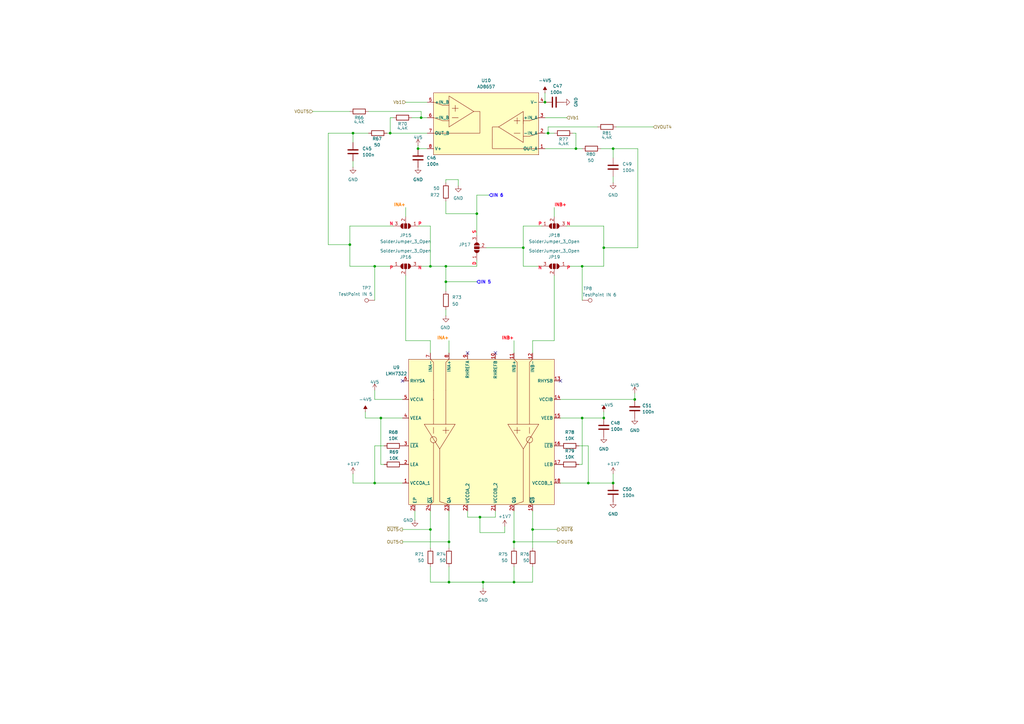
<source format=kicad_sch>
(kicad_sch (version 20231120) (generator "eeschema") (generator_version "8.0")
  (paper "A3")
  (lib_symbols
    (symbol "Connector:TestPoint" (pin_numbers hide) (pin_names (offset 0.762) hide)
      (property "Reference" "TP" (at 0 6.858 0))
      (property "Value" "TestPoint" (at 0 5.08 0))
      (symbol "TestPoint_0_1"
        (circle (center 0 3.302) (radius 0.762))
      )
      (symbol "TestPoint_1_1"
        (pin passive line (at 0 0 90) (length 2.54) (name "1") (number "1"))
      )
    )
    (symbol "Device:C" (pin_numbers hide) (pin_names (offset 0.254))
      (property "Reference" "C" (at 0.635 2.54 0))
      (property "Value" "C" (at 0.635 -2.54 0))
      (symbol "C_0_1"
        (polyline (pts (xy -2.032 -0.762) (xy 2.032 -0.762)) (stroke (width 0.508)))
        (polyline (pts (xy -2.032 0.762) (xy 2.032 0.762)) (stroke (width 0.508)))
      )
      (symbol "C_1_1"
        (pin passive line (at 0 3.81 270) (length 2.794) (name "~") (number "1"))
        (pin passive line (at 0 -3.81 90) (length 2.794) (name "~") (number "2"))
      )
    )
    (symbol "Device:R" (pin_numbers hide) (pin_names (offset 0))
      (property "Reference" "R" (at 2.032 0 90))
      (property "Value" "R" (at 0 0 90))
      (symbol "R_0_1"
        (rectangle (start -1.016 -2.54) (end 1.016 2.54) (stroke (width 0.254)))
      )
      (symbol "R_1_1"
        (pin passive line (at 0 3.81 270) (length 1.27) (name "~") (number "1"))
        (pin passive line (at 0 -3.81 90) (length 1.27) (name "~") (number "2"))
      )
    )
    (symbol "SolderJumper_3_Open_3" (pin_names (offset 0) hide) (exclude_from_sim yes) (in_bom no)
      (property "Reference" "JP" (at -2.54 -2.54 0))
      (property "Value" "SolderJumper_3_Open" (at 0 2.794 0))
      (symbol "SolderJumper_3_Open_3_0_1"
        (arc (start -1.016 1.016) (mid -2.0276 0) (end -1.016 -1.016))
        (arc (start -1.016 1.016) (mid -2.0276 0) (end -1.016 -1.016) (fill (type outline)))
        (rectangle (start -0.508 1.016) (end 0.508 -1.016) (fill (type outline)))
        (polyline (pts (xy -2.54 0) (xy -2.032 0)))
        (polyline (pts (xy -1.016 1.016) (xy -1.016 -1.016)))
        (polyline (pts (xy 0 -1.27) (xy 0 -1.016)))
        (polyline (pts (xy 1.016 1.016) (xy 1.016 -1.016)))
        (polyline (pts (xy 2.54 0) (xy 2.032 0)))
        (arc (start 1.016 -1.016) (mid 2.0276 0) (end 1.016 1.016))
        (arc (start 1.016 -1.016) (mid 2.0276 0) (end 1.016 1.016) (fill (type outline)))
      )
      (symbol "SolderJumper_3_Open_3_1_1"
        (pin passive line (at -5.08 0 0) (length 2.54) (name "A") (number "1"))
        (pin passive line (at 0 -3.81 90) (length 2.54) (name "C") (number "2"))
        (pin passive line (at 5.08 0 180) (length 2.54) (name "B") (number "3"))
      )
    )
    (symbol "power:+1V2" (power) (pin_numbers hide) (pin_names (offset 0) hide)
      (property "Value" "+1V2" (at 0 3.556 0))
      (symbol "+1V2_0_1"
        (polyline (pts (xy -0.762 1.27) (xy 0 2.54)))
        (polyline (pts (xy 0 0) (xy 0 2.54)))
        (polyline (pts (xy 0 2.54) (xy 0.762 1.27)))
      )
      (symbol "+1V2_1_1"
        (pin power_in line (at 0 0 90) (length 0) (name "~") (number "1"))
      )
    )
    (symbol "power:+8V" (power) (pin_numbers hide) (pin_names (offset 0) hide)
      (property "Value" "+8V" (at 0 3.556 0))
      (symbol "+8V_0_1"
        (polyline (pts (xy -0.762 1.27) (xy 0 2.54)))
        (polyline (pts (xy 0 0) (xy 0 2.54)))
        (polyline (pts (xy 0 2.54) (xy 0.762 1.27)))
      )
      (symbol "+8V_1_1"
        (pin power_in line (at 0 0 90) (length 0) (name "~") (number "1"))
      )
    )
    (symbol "power:-8V" (power) (pin_numbers hide) (pin_names (offset 0) hide)
      (property "Value" "-8V" (at 0 3.556 0))
      (symbol "-8V_0_0"
        (pin power_in line (at 0 0 90) (length 0) (name "~") (number "1"))
      )
      (symbol "-8V_0_1"
        (polyline (pts (xy 0 0) (xy 0 1.27) (xy 0.762 1.27) (xy 0 2.54) (xy -0.762 1.27) (xy 0 1.27)) (fill (type outline)))
      )
    )
    (symbol "power:GND" (power) (pin_numbers hide) (pin_names (offset 0) hide)
      (property "Value" "GND" (at 0 -3.81 0))
      (symbol "GND_0_1"
        (polyline (pts (xy 0 0) (xy 0 -1.27) (xy 1.27 -1.27) (xy 0 -2.54) (xy -1.27 -1.27) (xy 0 -1.27)))
      )
      (symbol "GND_1_1"
        (pin power_in line (at 0 0 270) (length 0) (name "~") (number "1"))
      )
    )
    (symbol "prova:AD8657"
      (property "Reference" "U" (at 9.906 3.556 0))
      (property "Value" "AD8657" (at 10.16 5.842 0))
      (symbol "AD8657_0_1"
        (polyline (pts (xy 12.7 17.78) (xy 12.7 20.32)))
        (polyline (pts (xy 13.97 19.05) (xy 16.51 19.05)))
        (polyline (pts (xy 13.97 24.13) (xy 16.51 24.13)))
        (polyline (pts (xy 15.24 20.32) (xy 15.24 17.78)))
        (polyline (pts (xy 16.51 19.05) (xy 16.51 19.05)))
        (polyline (pts (xy 36.83 17.78) (xy 36.83 17.78)))
        (polyline (pts (xy 39.37 13.97) (xy 41.91 13.97)))
        (polyline (pts (xy 39.37 17.78) (xy 41.91 17.78)))
        (polyline (pts (xy 40.64 15.24) (xy 40.64 12.7)))
      )
      (symbol "AD8657_1_1"
        (polyline (pts (xy 6.35 17.78) (xy 10.16 19.05)))
        (polyline (pts (xy 10.16 25.4) (xy 6.35 24.13)))
        (polyline (pts (xy 11.43 19.05) (xy 10.16 19.05)))
        (polyline (pts (xy 11.43 19.05) (xy 12.7 19.05)))
        (polyline (pts (xy 11.43 25.4) (xy 10.16 25.4)))
        (polyline (pts (xy 11.43 25.4) (xy 12.7 25.4)))
        (polyline (pts (xy 22.86 21.59) (xy 25.4 21.59) (xy 25.4 26.67)))
        (polyline (pts (xy 25.4 26.67) (xy 25.4 30.48) (xy 6.35 30.48)))
        (polyline (pts (xy 49.53 11.43) (xy 45.72 12.7) (xy 43.18 12.7)))
        (polyline (pts (xy 49.53 17.78) (xy 45.72 19.05) (xy 43.18 19.05)))
        (polyline (pts (xy 12.7 15.24) (xy 12.7 27.94) (xy 22.86 21.59) (xy 12.7 15.24)))
        (polyline (pts (xy 33.02 15.24) (xy 30.48 15.24) (xy 30.48 24.13) (xy 49.53 24.13)))
        (polyline (pts (xy 43.18 21.59) (xy 43.18 8.89) (xy 33.02 15.24) (xy 43.18 21.59)))
        (rectangle (start 6.35 33.02) (end 49.53 7.62) (fill (type background)))
        (pin output line (at 3.81 30.48 0) (length 2.54) (name "OUT_A") (number "1"))
        (pin input line (at 3.81 24.13 0) (length 2.54) (name "-IN_A") (number "2"))
        (pin input line (at 3.81 17.78 0) (length 2.54) (name "+IN_A") (number "3"))
        (pin input line (at 3.81 11.43 0) (length 2.54) (name "V-") (number "4"))
        (pin input line (at 52.07 11.43 180) (length 2.54) (name "+IN_B") (number "5"))
        (pin input line (at 52.07 17.78 180) (length 2.54) (name "-IN_B") (number "6"))
        (pin input line (at 52.07 24.13 180) (length 2.54) (name "OUT_B") (number "7"))
        (pin input line (at 52.07 30.48 180) (length 2.54) (name "V+") (number "8"))
      )
    )
    (symbol "prova:LMH7322"
      (property "Reference" "U" (at 11.684 8.89 0))
      (property "Value" "LMH7322" (at 20.32 16.51 0))
      (symbol "LMH7322_0_1"
        (circle (center -8.89 -5.08) (radius 0.0001))
        (circle (center -8.89 11.43) (radius 1.27))
        (polyline (pts (xy -8.89 -8.89) (xy -8.89 5.08)))
        (polyline (pts (xy -8.89 8.89) (xy -8.89 6.35)))
        (polyline (pts (xy -3.81 -8.89) (xy -3.81 5.08)))
        (polyline (pts (xy -3.81 8.89) (xy -3.81 6.35)))
        (polyline (pts (xy -2.54 7.62) (xy -5.08 7.62)))
        (polyline (pts (xy 25.4 8.89) (xy 25.4 6.35)))
        (polyline (pts (xy 26.67 7.62) (xy 24.13 7.62)))
        (polyline (pts (xy 30.48 -2.54) (xy 30.48 -2.54)))
        (polyline (pts (xy 30.48 8.89) (xy 30.48 6.35)))
        (polyline (pts (xy -8.89 -8.89) (xy -8.89 -20.32) (xy -10.16 -21.59)))
        (polyline (pts (xy -8.89 12.7) (xy -8.89 36.83) (xy -10.16 38.1)))
        (polyline (pts (xy -6.35 15.24) (xy -6.35 36.83) (xy -2.54 38.1)))
        (polyline (pts (xy -3.81 -8.89) (xy -3.81 -20.32) (xy -2.54 -21.59)))
        (polyline (pts (xy 27.94 15.24) (xy 27.94 36.83) (xy 24.13 38.1)))
        (polyline (pts (xy 30.48 12.7) (xy 30.48 36.83) (xy 31.75 38.1)))
        (circle (center 30.48 11.43) (radius 1.27))
      )
      (symbol "LMH7322_1_1"
        (rectangle (start -19.05 38.1) (end 40.64 -21.59) (fill (type background)))
        (polyline (pts (xy 0 5.08) (xy -12.7 5.08) (xy -6.35 15.24) (xy 0 5.08)))
        (polyline (pts (xy 24.13 -21.59) (xy 25.4 -20.32) (xy 25.4 -16.51) (xy 25.4 5.08)) (fill (type background)))
        (polyline (pts (xy 30.48 5.08) (xy 30.48 -16.51) (xy 30.48 -20.32) (xy 31.75 -21.59)) (fill (type background)))
        (polyline (pts (xy 34.29 5.08) (xy 21.59 5.08) (xy 27.94 15.24) (xy 34.29 5.08)) (fill (type background)))
        (pin input line (at -21.59 29.21 0) (length 2.54) (name "VCCOA_1") (number "1"))
        (pin input line (at 16.51 -24.13 90) (length 2.54) (name "RHREFB") (number "10"))
        (pin input line (at 24.13 -24.13 90) (length 2.54) (name "INB+") (number "11"))
        (pin input line (at 31.75 -24.13 90) (length 2.54) (name "INB-") (number "12"))
        (pin input line (at 43.18 -12.7 180) (length 2.54) (name "RHYSB") (number "13"))
        (pin input line (at 43.18 -5.08 180) (length 2.54) (name "VCCIB") (number "14"))
        (pin input line (at 43.18 2.54 180) (length 2.54) (name "VEEB") (number "15"))
        (pin input line (at 43.18 13.97 180) (length 2.54) (name "~{LEB}") (number "16"))
        (pin input line (at 43.18 21.59 180) (length 2.54) (name "LEB") (number "17"))
        (pin input line (at 43.18 29.21 180) (length 2.54) (name "VCCOB_1") (number "18"))
        (pin output line (at 31.75 40.64 270) (length 2.54) (name "~{QB}") (number "19"))
        (pin input line (at -21.59 21.59 0) (length 2.54) (name "LEA") (number "2"))
        (pin output line (at 24.13 40.64 270) (length 2.54) (name "QB") (number "20"))
        (pin input line (at 16.51 40.64 270) (length 2.54) (name "VCCOB_2") (number "21"))
        (pin input line (at 5.08 40.64 270) (length 2.54) (name "VCCOA_2") (number "22"))
        (pin output line (at -2.54 40.64 270) (length 2.54) (name "QA") (number "23"))
        (pin output line (at -10.16 40.64 270) (length 2.54) (name "~{QA}") (number "24"))
        (pin passive line (at -16.51 40.64 270) (length 2.54) (name "EP") (number "25"))
        (pin input line (at -21.59 13.97 0) (length 2.54) (name "~{LEA}") (number "3"))
        (pin input line (at -21.59 2.54 0) (length 2.54) (name "VEEA") (number "4"))
        (pin input line (at -21.59 -5.08 0) (length 2.54) (name "VCCIA") (number "5"))
        (pin input line (at -21.59 -12.7 0) (length 2.54) (name "RHYSA") (number "6"))
        (pin input line (at -10.16 -24.13 90) (length 2.54) (name "INA-") (number "7"))
        (pin input line (at -2.54 -24.13 90) (length 2.54) (name "INA+") (number "8"))
        (pin input line (at 5.08 -24.13 90) (length 2.54) (name "RHREFA") (number "9"))
      )
    )
  )
  (junction (at 210.82 222.25))
  (junction (at 160.02 54.61))
  (junction (at 143.51 100.33))
  (junction (at 198.12 238.76))
  (junction (at 241.3 198.12))
  (junction (at 247.65 171.45))
  (junction (at 196.85 212.09))
  (junction (at 210.82 238.76))
  (junction (at 251.46 60.96))
  (junction (at 176.53 217.17))
  (junction (at 218.44 217.17))
  (junction (at 214.63 101.6))
  (junction (at 184.15 238.76))
  (junction (at 238.76 171.45))
  (junction (at 144.78 54.61))
  (junction (at 251.46 198.12))
  (junction (at 224.79 54.61))
  (junction (at 236.22 60.96))
  (junction (at 247.65 101.6))
  (junction (at 176.53 109.22))
  (junction (at 182.88 109.22))
  (junction (at 182.88 115.57))
  (junction (at 184.15 222.25))
  (junction (at 156.21 171.45))
  (junction (at 195.58 87.63))
  (junction (at 171.45 60.96))
  (junction (at 223.52 41.91))
  (junction (at 238.76 109.22))
  (junction (at 153.67 198.12))
  (junction (at 172.72 48.26))
  (junction (at 260.35 163.83))
  (junction (at 153.67 109.22))
  (no_connect (at 165.1 156.21))
  (no_connect (at 191.77 144.78))
  (no_connect (at 229.87 156.21))
  (no_connect (at 203.2 144.78))
  (wire (pts (xy 247.65 92.71) (xy 247.65 101.6)))
  (wire (pts (xy 237.49 182.88) (xy 241.3 182.88)))
  (wire (pts (xy 247.65 171.45) (xy 238.76 171.45)))
  (wire (pts (xy 184.15 222.25) (xy 184.15 224.79)))
  (wire (pts (xy 182.88 127) (xy 182.88 129.54)))
  (wire (pts (xy 182.88 115.57) (xy 195.58 115.57)))
  (wire (pts (xy 228.6 217.17) (xy 218.44 217.17)))
  (wire (pts (xy 165.1 198.12) (xy 153.67 198.12)))
  (wire (pts (xy 229.87 163.83) (xy 260.35 163.83)))
  (wire (pts (xy 184.15 222.25) (xy 165.1 222.25)))
  (wire (pts (xy 158.75 54.61) (xy 160.02 54.61)))
  (wire (pts (xy 191.77 212.09) (xy 191.77 209.55)))
  (wire (pts (xy 251.46 198.12) (xy 251.46 194.31)))
  (wire (pts (xy 182.88 119.38) (xy 182.88 115.57)))
  (wire (pts (xy 228.6 222.25) (xy 210.82 222.25)))
  (wire (pts (xy 218.44 238.76) (xy 210.82 238.76)))
  (wire (pts (xy 195.58 109.22) (xy 182.88 109.22)))
  (wire (pts (xy 203.2 212.09) (xy 203.2 209.55)))
  (wire (pts (xy 241.3 198.12) (xy 229.87 198.12)))
  (wire (pts (xy 153.67 160.02) (xy 153.67 163.83)))
  (wire (pts (xy 182.88 73.66) (xy 187.96 73.66)))
  (wire (pts (xy 214.63 92.71) (xy 214.63 101.6)))
  (wire (pts (xy 210.82 222.25) (xy 210.82 224.79)))
  (wire (pts (xy 251.46 198.12) (xy 241.3 198.12)))
  (wire (pts (xy 176.53 209.55) (xy 176.53 217.17)))
  (wire (pts (xy 236.22 54.61) (xy 236.22 60.96)))
  (wire (pts (xy 176.53 139.7) (xy 166.37 139.7)))
  (wire (pts (xy 184.15 209.55) (xy 184.15 222.25)))
  (wire (pts (xy 156.21 190.5) (xy 156.21 171.45)))
  (wire (pts (xy 153.67 198.12) (xy 144.78 198.12)))
  (wire (pts (xy 191.77 212.09) (xy 196.85 212.09)))
  (wire (pts (xy 156.21 171.45) (xy 149.86 171.45)))
  (wire (pts (xy 260.35 161.29) (xy 260.35 163.83)))
  (wire (pts (xy 143.51 109.22) (xy 153.67 109.22)))
  (wire (pts (xy 176.53 109.22) (xy 171.45 109.22)))
  (wire (pts (xy 218.44 217.17) (xy 218.44 224.79)))
  (wire (pts (xy 153.67 109.22) (xy 161.29 109.22)))
  (wire (pts (xy 238.76 109.22) (xy 247.65 109.22)))
  (wire (pts (xy 218.44 232.41) (xy 218.44 238.76)))
  (wire (pts (xy 195.58 80.01) (xy 195.58 87.63)))
  (wire (pts (xy 232.41 92.71) (xy 247.65 92.71)))
  (wire (pts (xy 251.46 64.77) (xy 251.46 60.96)))
  (wire (pts (xy 223.52 60.96) (xy 236.22 60.96)))
  (wire (pts (xy 134.62 100.33) (xy 134.62 54.61)))
  (wire (pts (xy 182.88 82.55) (xy 182.88 87.63)))
  (wire (pts (xy 218.44 144.78) (xy 218.44 139.7)))
  (wire (pts (xy 144.78 58.42) (xy 144.78 54.61)))
  (wire (pts (xy 224.79 54.61) (xy 227.33 54.61)))
  (wire (pts (xy 198.12 238.76) (xy 198.12 241.3)))
  (wire (pts (xy 176.53 92.71) (xy 176.53 109.22)))
  (wire (pts (xy 134.62 54.61) (xy 144.78 54.61)))
  (wire (pts (xy 222.25 92.71) (xy 214.63 92.71)))
  (wire (pts (xy 224.79 52.07) (xy 245.11 52.07)))
  (wire (pts (xy 128.27 45.72) (xy 143.51 45.72)))
  (wire (pts (xy 160.02 54.61) (xy 160.02 48.26)))
  (wire (pts (xy 237.49 190.5) (xy 238.76 190.5)))
  (wire (pts (xy 214.63 101.6) (xy 214.63 109.22)))
  (wire (pts (xy 149.86 168.91) (xy 149.86 171.45)))
  (wire (pts (xy 143.51 92.71) (xy 143.51 100.33)))
  (wire (pts (xy 144.78 194.31) (xy 144.78 198.12)))
  (wire (pts (xy 153.67 182.88) (xy 157.48 182.88)))
  (wire (pts (xy 246.38 60.96) (xy 251.46 60.96)))
  (wire (pts (xy 224.79 54.61) (xy 223.52 54.61)))
  (wire (pts (xy 196.85 218.44) (xy 207.01 218.44)))
  (wire (pts (xy 267.97 52.07) (xy 252.73 52.07)))
  (wire (pts (xy 176.53 217.17) (xy 176.53 224.79)))
  (wire (pts (xy 207.01 215.9) (xy 207.01 218.44)))
  (wire (pts (xy 176.53 144.78) (xy 176.53 139.7)))
  (wire (pts (xy 184.15 139.7) (xy 184.15 144.78)))
  (wire (pts (xy 261.62 60.96) (xy 251.46 60.96)))
  (wire (pts (xy 247.65 101.6) (xy 261.62 101.6)))
  (wire (pts (xy 166.37 85.09) (xy 166.37 88.9)))
  (wire (pts (xy 199.39 101.6) (xy 214.63 101.6)))
  (wire (pts (xy 153.67 109.22) (xy 153.67 123.19)))
  (wire (pts (xy 165.1 171.45) (xy 156.21 171.45)))
  (wire (pts (xy 153.67 163.83) (xy 165.1 163.83)))
  (wire (pts (xy 171.45 92.71) (xy 176.53 92.71)))
  (wire (pts (xy 195.58 87.63) (xy 195.58 96.52)))
  (wire (pts (xy 143.51 100.33) (xy 134.62 100.33)))
  (wire (pts (xy 210.82 209.55) (xy 210.82 222.25)))
  (wire (pts (xy 143.51 100.33) (xy 143.51 109.22)))
  (wire (pts (xy 166.37 41.91) (xy 175.26 41.91)))
  (wire (pts (xy 153.67 182.88) (xy 153.67 198.12)))
  (wire (pts (xy 196.85 212.09) (xy 196.85 218.44)))
  (wire (pts (xy 210.82 232.41) (xy 210.82 238.76)))
  (wire (pts (xy 224.79 54.61) (xy 224.79 52.07)))
  (wire (pts (xy 214.63 109.22) (xy 222.25 109.22)))
  (wire (pts (xy 241.3 182.88) (xy 241.3 198.12)))
  (wire (pts (xy 236.22 60.96) (xy 238.76 60.96)))
  (wire (pts (xy 196.85 212.09) (xy 203.2 212.09)))
  (wire (pts (xy 182.88 87.63) (xy 195.58 87.63)))
  (wire (pts (xy 232.41 109.22) (xy 238.76 109.22)))
  (wire (pts (xy 172.72 48.26) (xy 172.72 45.72)))
  (wire (pts (xy 227.33 85.09) (xy 227.33 88.9)))
  (wire (pts (xy 195.58 80.01) (xy 200.66 80.01)))
  (wire (pts (xy 144.78 66.04) (xy 144.78 68.58)))
  (wire (pts (xy 227.33 113.03) (xy 227.33 139.7)))
  (wire (pts (xy 182.88 73.66) (xy 182.88 74.93)))
  (wire (pts (xy 261.62 101.6) (xy 261.62 60.96)))
  (wire (pts (xy 157.48 190.5) (xy 156.21 190.5)))
  (wire (pts (xy 176.53 217.17) (xy 165.1 217.17)))
  (wire (pts (xy 182.88 109.22) (xy 176.53 109.22)))
  (wire (pts (xy 223.52 38.1) (xy 223.52 41.91)))
  (wire (pts (xy 234.95 54.61) (xy 236.22 54.61)))
  (wire (pts (xy 247.65 168.91) (xy 247.65 171.45)))
  (wire (pts (xy 195.58 106.68) (xy 195.58 109.22)))
  (wire (pts (xy 184.15 238.76) (xy 176.53 238.76)))
  (wire (pts (xy 170.18 209.55) (xy 170.18 213.36)))
  (wire (pts (xy 166.37 113.03) (xy 166.37 139.7)))
  (wire (pts (xy 247.65 101.6) (xy 247.65 109.22)))
  (wire (pts (xy 187.96 73.66) (xy 187.96 76.2)))
  (wire (pts (xy 176.53 232.41) (xy 176.53 238.76)))
  (wire (pts (xy 168.91 48.26) (xy 172.72 48.26)))
  (wire (pts (xy 175.26 60.96) (xy 171.45 60.96)))
  (wire (pts (xy 229.87 171.45) (xy 238.76 171.45)))
  (wire (pts (xy 198.12 238.76) (xy 184.15 238.76)))
  (wire (pts (xy 210.82 238.76) (xy 198.12 238.76)))
  (wire (pts (xy 160.02 54.61) (xy 175.26 54.61)))
  (wire (pts (xy 151.13 45.72) (xy 172.72 45.72)))
  (wire (pts (xy 238.76 109.22) (xy 238.76 123.19)))
  (wire (pts (xy 184.15 232.41) (xy 184.15 238.76)))
  (wire (pts (xy 218.44 209.55) (xy 218.44 217.17)))
  (wire (pts (xy 144.78 54.61) (xy 151.13 54.61)))
  (wire (pts (xy 238.76 190.5) (xy 238.76 171.45)))
  (wire (pts (xy 251.46 72.39) (xy 251.46 74.93)))
  (wire (pts (xy 223.52 48.26) (xy 232.41 48.26)))
  (wire (pts (xy 143.51 92.71) (xy 161.29 92.71)))
  (wire (pts (xy 171.45 59.69) (xy 171.45 60.96)))
  (wire (pts (xy 172.72 48.26) (xy 175.26 48.26)))
  (wire (pts (xy 218.44 139.7) (xy 227.33 139.7)))
  (wire (pts (xy 210.82 139.7) (xy 210.82 144.78)))
  (wire (pts (xy 182.88 109.22) (xy 182.88 115.57)))
  (wire (pts (xy 160.02 48.26) (xy 161.29 48.26)))
  (text "N" (at 233.172 91.948 0) (effects (font (size 1.27 1.27) (thickness 0.254) (bold yes))))
  (text "P\n" (at 233.172 109.982 0) (effects (font (size 1.27 1.27) (thickness 0.254) (bold yes))))
  (text "S" (at 194.564 95.25 90) (effects (font (size 1.27 1.27) (thickness 0.254) (bold yes))))
  (text "P\n" (at 172.212 91.948 0) (effects (font (size 1.27 1.27) (thickness 0.254) (bold yes))))
  (text "P\n" (at 221.488 91.948 0) (effects (font (size 1.27 1.27) (thickness 0.254) (bold yes))))
  (text "N" (at 172.212 109.982 0) (effects (font (size 1.27 1.27) (thickness 0.254) (bold yes))))
  (text "N" (at 160.528 91.948 0) (effects (font (size 1.27 1.27) (thickness 0.254) (bold yes))))
  (text "D" (at 194.564 108.204 90) (effects (font (size 1.27 1.27) (thickness 0.254) (bold yes))))
  (text "P\n" (at 160.528 109.982 0) (effects (font (size 1.27 1.27) (thickness 0.254) (bold yes))))
  (text "N" (at 221.488 109.982 0) (effects (font (size 1.27 1.27) (thickness 0.254) (bold yes))))
  (label "INA+" (at 166.37 85.09 180) (effects (font (thickness 0.254) (bold yes))))
  (label "INA+" (at 184.15 139.7 180) (effects (font (thickness 0.254) (bold yes))))
  (label "INB+" (at 227.33 85.09 0) (effects (font (thickness 0.254) (bold yes))))
  (label "INB+" (at 210.82 139.7 180) (effects (font (thickness 0.254) (bold yes))))
  (hierarchical_label "~{OUT6}" (shape output) (at 228.6 217.17 0))
  (hierarchical_label "Vb1" (shape input) (at 232.41 48.26 0))
  (hierarchical_label "IN 6" (shape input) (at 200.66 80.01 0) (effects (font (thickness 0.254) (bold yes))))
  (hierarchical_label "OUT6" (shape output) (at 228.6 222.25 0))
  (hierarchical_label "VOUT5" (shape input) (at 128.27 45.72 180))
  (hierarchical_label "IN 5" (shape input) (at 195.58 115.57 0) (effects (font (thickness 0.254) (bold yes))))
  (hierarchical_label "OUT5" (shape output) (at 165.1 222.25 180))
  (hierarchical_label "Vb1" (shape input) (at 166.37 41.91 180))
  (hierarchical_label "~{OUT5}" (shape output) (at 165.1 217.17 180))
  (hierarchical_label "VOUT4" (shape input) (at 267.97 52.07 0))
  (symbol (lib_id "Device:C") (at 251.46 201.93 0) (unit 1)
    (property "Reference" "C50" (at 255.27 200.6599 0) (effects (justify left)))
    (property "Value" "100n" (at 255.27 203.1999 0) (effects (justify left)))
    (property "Footprint" "Capacitor_SMD:C_0603_1608Metric_Pad1.08x0.95mm_HandSolder" (effects (hide yes)))
    (property "Description" "Unpolarized capacitor" (effects (hide yes)))
  )
  (symbol (lib_id "power:GND") (at 170.18 213.36 0) (mirror y) (unit 1)
    (property "Reference" "#PWR0111" (effects (hide yes)))
    (property "Value" "GND" (at 167.386 213.36 0))
    (property "Description" "Power symbol creates a global label with name \"GND\" , ground" (effects (hide yes)))
  )
  (symbol (lib_id "prova:AD8657") (at 227.33 30.48 180) (unit 1)
    (property "Reference" "U10" (at 199.39 33.02 0))
    (property "Value" "AD8657" (at 199.39 35.56 0))
    (property "Footprint" "SamacSys_Parts:SOP65P490X110-8N" (effects (hide yes)))
  )
  (symbol (lib_id "Device:R") (at 233.68 182.88 270) (mirror x) (unit 1)
    (property "Reference" "R78" (at 233.68 177.292 90))
    (property "Value" "10K" (at 233.68 179.832 90))
    (property "Footprint" "Resistor_SMD:R_0603_1608Metric_Pad0.98x0.95mm_HandSolder" (effects (hide yes)))
    (property "Description" "Resistor" (effects (hide yes)))
  )
  (symbol (lib_id "power:-8V") (at 223.52 38.1 0) (unit 1)
    (property "Reference" "#PWR0118" (effects (hide yes)))
    (property "Value" "-4V5" (at 223.52 33.02 0))
    (property "Description" "Power symbol creates a global label with name \"-8V\"" (effects (hide yes)))
  )
  (symbol (lib_id "power:+8V") (at 260.35 161.29 0) (mirror y) (unit 1)
    (property "Reference" "#PWR0120" (effects (hide yes)))
    (property "Value" "4V5" (at 260.35 157.988 0))
    (property "Description" "Power symbol creates a global label with name \"+8V\"" (effects (hide yes)))
  )
  (symbol (lib_name "SolderJumper_3_Open_3") (lib_id "Jumper:SolderJumper_3_Open") (at 166.37 92.71 180) (unit 1) (exclude_from_sim yes) (in_bom no)
    (property "Reference" "JP15" (at 166.37 96.52 0))
    (property "Value" "SolderJumper_3_Open" (at 166.37 99.06 0))
    (property "Footprint" "Jumper:SolderJumper-3_P1.3mm_Open_RoundedPad1.0x1.5mm_NumberLabels" (effects (hide yes)))
    (property "Description" "Solder Jumper, 3-pole, open" (effects (hide yes)))
  )
  (symbol (lib_id "Device:R") (at 184.15 228.6 0) (mirror y) (unit 1)
    (property "Reference" "R74" (at 182.88 227.33 0) (effects (justify left)))
    (property "Value" "50" (at 182.88 229.87 0) (effects (justify left)))
    (property "Footprint" "Resistor_SMD:R_0603_1608Metric_Pad0.98x0.95mm_HandSolder" (effects (hide yes)))
    (property "Description" "Resistor" (effects (hide yes)))
  )
  (symbol (lib_id "power:GND") (at 247.65 179.07 0) (unit 1)
    (property "Reference" "#PWR0122" (effects (hide yes)))
    (property "Value" "GND" (at 247.65 184.15 0))
    (property "Description" "Power symbol creates a global label with name \"GND\" , ground" (effects (hide yes)))
  )
  (symbol (lib_id "Device:R") (at 176.53 228.6 0) (mirror y) (unit 1)
    (property "Reference" "R71" (at 173.99 227.3299 0) (effects (justify left)))
    (property "Value" "50" (at 173.99 229.8699 0) (effects (justify left)))
    (property "Footprint" "Resistor_SMD:R_0603_1608Metric_Pad0.98x0.95mm_HandSolder" (effects (hide yes)))
    (property "Description" "Resistor" (effects (hide yes)))
  )
  (symbol (lib_id "power:-8V") (at 149.86 168.91 0) (mirror y) (unit 1)
    (property "Reference" "#PWR0109" (effects (hide yes)))
    (property "Value" "-4V5" (at 149.86 163.83 0))
    (property "Description" "Power symbol creates a global label with name \"-8V\"" (effects (hide yes)))
  )
  (symbol (lib_name "SolderJumper_3_Open_3") (lib_id "Jumper:SolderJumper_3_Open") (at 195.58 101.6 90) (unit 1) (exclude_from_sim yes) (in_bom no)
    (property "Reference" "JP17" (at 193.04 100.3299 90) (effects (justify left)))
    (property "Value" "SolderJumper_3_Open" (effects (hide yes)))
    (property "Footprint" "Jumper:SolderJumper-3_P1.3mm_Open_RoundedPad1.0x1.5mm_NumberLabels" (effects (hide yes)))
    (property "Description" "Solder Jumper, 3-pole, open" (effects (hide yes)))
  )
  (symbol (lib_id "power:GND") (at 182.88 129.54 0) (unit 1)
    (property "Reference" "#PWR0114" (effects (hide yes)))
    (property "Value" "GND" (at 182.626 134.366 0))
    (property "Description" "Power symbol creates a global label with name \"GND\" , ground" (effects (hide yes)))
  )
  (symbol (lib_id "power:GND") (at 260.35 171.45 0) (unit 1)
    (property "Reference" "#PWR0126" (effects (hide yes)))
    (property "Value" "GND" (at 260.35 176.53 0))
    (property "Description" "Power symbol creates a global label with name \"GND\" , ground" (effects (hide yes)))
  )
  (symbol (lib_id "Device:R") (at 147.32 45.72 270) (unit 1)
    (property "Reference" "R66" (at 147.32 48.26 90))
    (property "Value" "4.4K" (at 147.32 50.038 90))
    (property "Footprint" "Resistor_SMD:R_0603_1608Metric_Pad0.98x0.95mm_HandSolder" (effects (hide yes)))
    (property "Description" "Resistor" (effects (hide yes)))
  )
  (symbol (lib_id "power:+1V2") (at 144.78 194.31 0) (mirror y) (unit 1)
    (property "Reference" "#PWR0108" (effects (hide yes)))
    (property "Value" "+1V7" (at 144.78 190.246 0))
    (property "Description" "Power symbol creates a global label with name \"+1V2\"" (effects (hide yes)))
  )
  (symbol (lib_id "power:+1V2") (at 251.46 194.31 0) (mirror y) (unit 1)
    (property "Reference" "#PWR0124" (effects (hide yes)))
    (property "Value" "+1V7" (at 251.46 190.246 0))
    (property "Description" "Power symbol creates a global label with name \"+1V2\"" (effects (hide yes)))
  )
  (symbol (lib_id "Device:R") (at 182.88 123.19 180) (unit 1)
    (property "Reference" "R73" (at 185.42 121.9199 0) (effects (justify right)))
    (property "Value" "50" (at 185.42 124.714 0) (effects (justify right)))
    (property "Footprint" "Resistor_SMD:R_0603_1608Metric_Pad0.98x0.95mm_HandSolder" (effects (hide yes)))
    (property "Description" "Resistor" (effects (hide yes)))
  )
  (symbol (lib_id "power:-8V") (at 247.65 168.91 0) (mirror y) (unit 1)
    (property "Reference" "#PWR0121" (effects (hide yes)))
    (property "Value" "-4V5" (at 248.92 166.116 0))
    (property "Description" "Power symbol creates a global label with name \"-8V\"" (effects (hide yes)))
  )
  (symbol (lib_id "power:+8V") (at 171.45 59.69 0) (unit 1)
    (property "Reference" "#PWR0112" (effects (hide yes)))
    (property "Value" "4V5" (at 171.45 56.388 0))
    (property "Description" "Power symbol creates a global label with name \"+8V\"" (effects (hide yes)))
  )
  (symbol (lib_id "Connector:TestPoint") (at 153.67 123.19 90) (unit 1)
    (property "Reference" "TP7" (at 150.368 118.11 90))
    (property "Value" "TestPoint IN 5" (at 145.796 120.65 90))
    (property "Footprint" "TestPoint:TestPoint_Pad_D1.0mm" (effects (hide yes)))
    (property "Description" "test point" (effects (hide yes)))
  )
  (symbol (lib_id "Device:R") (at 182.88 78.74 0) (unit 1)
    (property "Reference" "R72" (at 180.34 80.0101 0) (effects (justify right)))
    (property "Value" "50" (at 180.34 77.216 0) (effects (justify right)))
    (property "Footprint" "Resistor_SMD:R_0603_1608Metric_Pad0.98x0.95mm_HandSolder" (effects (hide yes)))
    (property "Description" "Resistor" (effects (hide yes)))
  )
  (symbol (lib_id "power:GND") (at 251.46 205.74 0) (unit 1)
    (property "Reference" "#PWR0125" (effects (hide yes)))
    (property "Value" "GND" (at 251.46 210.82 0))
    (property "Description" "Power symbol creates a global label with name \"GND\" , ground" (effects (hide yes)))
  )
  (symbol (lib_id "power:+8V") (at 153.67 160.02 0) (mirror y) (unit 1)
    (property "Reference" "#PWR0110" (effects (hide yes)))
    (property "Value" "4V5" (at 153.67 156.718 0))
    (property "Description" "Power symbol creates a global label with name \"+8V\"" (effects (hide yes)))
  )
  (symbol (lib_id "Device:C") (at 247.65 175.26 0) (unit 1)
    (property "Reference" "C48" (at 250.444 173.482 0) (effects (justify left)))
    (property "Value" "100n" (at 250.444 176.022 0) (effects (justify left)))
    (property "Footprint" "Capacitor_SMD:C_0603_1608Metric_Pad1.08x0.95mm_HandSolder" (effects (hide yes)))
    (property "Description" "Unpolarized capacitor" (effects (hide yes)))
  )
  (symbol (lib_id "power:GND") (at 187.96 76.2 0) (unit 1)
    (property "Reference" "#PWR0115" (effects (hide yes)))
    (property "Value" "GND" (at 187.96 81.28 0))
    (property "Description" "Power symbol creates a global label with name \"GND\" , ground" (effects (hide yes)))
  )
  (symbol (lib_id "Device:R") (at 248.92 52.07 270) (unit 1)
    (property "Reference" "R81" (at 248.92 54.61 90))
    (property "Value" "4.4K" (at 248.92 56.388 90))
    (property "Footprint" "Resistor_SMD:R_0603_1608Metric_Pad0.98x0.95mm_HandSolder" (effects (hide yes)))
    (property "Description" "Resistor" (effects (hide yes)))
  )
  (symbol (lib_id "Device:C") (at 251.46 68.58 0) (unit 1)
    (property "Reference" "C49" (at 255.27 67.3099 0) (effects (justify left)))
    (property "Value" "100n" (at 255.27 69.8499 0) (effects (justify left)))
    (property "Footprint" "Capacitor_SMD:C_0603_1608Metric_Pad1.08x0.95mm_HandSolder" (effects (hide yes)))
    (property "Description" "Unpolarized capacitor" (effects (hide yes)))
  )
  (symbol (lib_id "Connector:TestPoint") (at 238.76 123.19 270) (unit 1)
    (property "Reference" "TP8" (at 241.046 118.364 90))
    (property "Value" "TestPoint IN 6" (at 245.872 120.904 90))
    (property "Footprint" "TestPoint:TestPoint_Pad_D1.0mm" (effects (hide yes)))
    (property "Description" "test point" (effects (hide yes)))
  )
  (symbol (lib_id "Device:R") (at 218.44 228.6 0) (mirror y) (unit 1)
    (property "Reference" "R76" (at 217.17 227.33 0) (effects (justify left)))
    (property "Value" "50" (at 217.17 229.87 0) (effects (justify left)))
    (property "Footprint" "Resistor_SMD:R_0603_1608Metric_Pad0.98x0.95mm_HandSolder" (effects (hide yes)))
    (property "Description" "Resistor" (effects (hide yes)))
  )
  (symbol (lib_id "Device:C") (at 171.45 64.77 0) (unit 1)
    (property "Reference" "C46" (at 175.006 64.77 0) (effects (justify left)))
    (property "Value" "100n" (at 175.006 67.31 0) (effects (justify left)))
    (property "Footprint" "Capacitor_SMD:C_0603_1608Metric_Pad1.08x0.95mm_HandSolder" (effects (hide yes)))
    (property "Description" "Unpolarized capacitor" (effects (hide yes)))
  )
  (symbol (lib_id "power:GND") (at 231.14 41.91 90) (unit 1)
    (property "Reference" "#PWR0119" (effects (hide yes)))
    (property "Value" "GND" (at 236.22 41.91 0))
    (property "Description" "Power symbol creates a global label with name \"GND\" , ground" (effects (hide yes)))
  )
  (symbol (lib_id "Device:C") (at 227.33 41.91 90) (unit 1)
    (property "Reference" "C47" (at 230.632 35.306 90) (effects (justify left)))
    (property "Value" "100n" (at 230.632 37.846 90) (effects (justify left)))
    (property "Footprint" "Capacitor_SMD:C_0603_1608Metric_Pad1.08x0.95mm_HandSolder" (effects (hide yes)))
    (property "Description" "Unpolarized capacitor" (effects (hide yes)))
  )
  (symbol (lib_id "power:GND") (at 144.78 68.58 0) (unit 1)
    (property "Reference" "#PWR0107" (effects (hide yes)))
    (property "Value" "GND" (at 144.78 73.66 0))
    (property "Description" "Power symbol creates a global label with name \"GND\" , ground" (effects (hide yes)))
  )
  (symbol (lib_name "SolderJumper_3_Open_3") (lib_id "Jumper:SolderJumper_3_Open") (at 166.37 109.22 0) (unit 1) (exclude_from_sim yes) (in_bom no)
    (property "Reference" "JP16" (at 166.37 105.41 0))
    (property "Value" "SolderJumper_3_Open" (at 166.37 102.87 0))
    (property "Footprint" "Jumper:SolderJumper-3_P1.3mm_Open_RoundedPad1.0x1.5mm_NumberLabels" (effects (hide yes)))
    (property "Description" "Solder Jumper, 3-pole, open" (effects (hide yes)))
  )
  (symbol (lib_name "SolderJumper_3_Open_3") (lib_id "Jumper:SolderJumper_3_Open") (at 227.33 109.22 0) (mirror y) (unit 1) (exclude_from_sim yes) (in_bom no)
    (property "Reference" "JP19" (at 227.33 105.41 0))
    (property "Value" "SolderJumper_3_Open" (at 227.33 102.87 0))
    (property "Footprint" "Jumper:SolderJumper-3_P1.3mm_Open_RoundedPad1.0x1.5mm_NumberLabels" (effects (hide yes)))
    (property "Description" "Solder Jumper, 3-pole, open" (effects (hide yes)))
  )
  (symbol (lib_id "Device:R") (at 233.68 190.5 270) (mirror x) (unit 1)
    (property "Reference" "R79" (at 233.68 184.912 90))
    (property "Value" "10K" (at 233.68 187.452 90))
    (property "Footprint" "Resistor_SMD:R_0603_1608Metric_Pad0.98x0.95mm_HandSolder" (effects (hide yes)))
    (property "Description" "Resistor" (effects (hide yes)))
  )
  (symbol (lib_id "Device:R") (at 165.1 48.26 270) (unit 1)
    (property "Reference" "R70" (at 165.1 50.8 90))
    (property "Value" "4.4K" (at 165.1 52.578 90))
    (property "Footprint" "Resistor_SMD:R_0603_1608Metric_Pad0.98x0.95mm_HandSolder" (effects (hide yes)))
    (property "Description" "Resistor" (effects (hide yes)))
  )
  (symbol (lib_id "Device:R") (at 242.57 60.96 90) (unit 1)
    (property "Reference" "R80" (at 242.316 63.246 90))
    (property "Value" "50" (at 242.316 65.786 90))
    (property "Footprint" "Resistor_SMD:R_0603_1608Metric_Pad0.98x0.95mm_HandSolder" (effects (hide yes)))
    (property "Description" "Resistor" (effects (hide yes)))
  )
  (symbol (lib_id "Device:C") (at 260.35 167.64 0) (unit 1)
    (property "Reference" "C51" (at 263.398 166.37 0) (effects (justify left)))
    (property "Value" "100n" (at 263.398 168.91 0) (effects (justify left)))
    (property "Footprint" "Capacitor_SMD:C_0603_1608Metric_Pad1.08x0.95mm_HandSolder" (effects (hide yes)))
    (property "Description" "Unpolarized capacitor" (effects (hide yes)))
  )
  (symbol (lib_id "power:GND") (at 171.45 68.58 0) (unit 1)
    (property "Reference" "#PWR0113" (effects (hide yes)))
    (property "Value" "GND" (at 171.45 73.66 0))
    (property "Description" "Power symbol creates a global label with name \"GND\" , ground" (effects (hide yes)))
  )
  (symbol (lib_id "Device:R") (at 161.29 182.88 270) (mirror x) (unit 1)
    (property "Reference" "R68" (at 161.29 177.292 90))
    (property "Value" "10K" (at 161.29 179.832 90))
    (property "Footprint" "Resistor_SMD:R_0603_1608Metric_Pad0.98x0.95mm_HandSolder" (effects (hide yes)))
    (property "Description" "Resistor" (effects (hide yes)))
  )
  (symbol (lib_id "Device:R") (at 154.94 54.61 90) (unit 1)
    (property "Reference" "R67" (at 154.686 56.896 90))
    (property "Value" "50" (at 154.686 59.436 90))
    (property "Footprint" "Resistor_SMD:R_0603_1608Metric_Pad0.98x0.95mm_HandSolder" (effects (hide yes)))
    (property "Description" "Resistor" (effects (hide yes)))
  )
  (symbol (lib_id "Device:R") (at 210.82 228.6 0) (mirror y) (unit 1)
    (property "Reference" "R75" (at 208.28 227.3299 0) (effects (justify left)))
    (property "Value" "50" (at 208.28 229.8699 0) (effects (justify left)))
    (property "Footprint" "Resistor_SMD:R_0603_1608Metric_Pad0.98x0.95mm_HandSolder" (effects (hide yes)))
    (property "Description" "Resistor" (effects (hide yes)))
  )
  (symbol (lib_id "Device:R") (at 161.29 190.5 270) (mirror x) (unit 1)
    (property "Reference" "R69" (at 161.544 185.42 90))
    (property "Value" "10K" (at 161.544 187.96 90))
    (property "Footprint" "Resistor_SMD:R_0603_1608Metric_Pad0.98x0.95mm_HandSolder" (effects (hide yes)))
    (property "Description" "Resistor" (effects (hide yes)))
  )
  (symbol (lib_id "Device:C") (at 144.78 62.23 0) (unit 1)
    (property "Reference" "C45" (at 148.59 60.9599 0) (effects (justify left)))
    (property "Value" "100n" (at 148.59 63.4999 0) (effects (justify left)))
    (property "Footprint" "Capacitor_SMD:C_0603_1608Metric_Pad1.08x0.95mm_HandSolder" (effects (hide yes)))
    (property "Description" "Unpolarized capacitor" (effects (hide yes)))
  )
  (symbol (lib_id "power:GND") (at 198.12 241.3 0) (mirror y) (unit 1)
    (property "Reference" "#PWR0116" (effects (hide yes)))
    (property "Value" "GND" (at 198.12 246.126 0))
    (property "Description" "Power symbol creates a global label with name \"GND\" , ground" (effects (hide yes)))
  )
  (symbol (lib_id "power:+1V2") (at 207.01 215.9 0) (mirror y) (unit 1)
    (property "Reference" "#PWR0117" (effects (hide yes)))
    (property "Value" "+1V7" (at 207.01 211.836 0))
    (property "Description" "Power symbol creates a global label with name \"+1V2\"" (effects (hide yes)))
  )
  (symbol (lib_id "Device:R") (at 231.14 54.61 270) (unit 1)
    (property "Reference" "R77" (at 231.14 57.15 90))
    (property "Value" "4.4K" (at 231.14 58.928 90))
    (property "Footprint" "Resistor_SMD:R_0603_1608Metric_Pad0.98x0.95mm_HandSolder" (effects (hide yes)))
    (property "Description" "Resistor" (effects (hide yes)))
  )
  (symbol (lib_id "prova:LMH7322") (at 186.69 168.91 0) (mirror x) (unit 1)
    (property "Reference" "U9" (at 162.56 150.7138 0))
    (property "Value" "LMH7322" (at 162.56 153.2538 0))
    (property "Footprint" "SamacSys_Parts:QFN50P400X400X80-25N" (effects (hide yes)))
  )
  (symbol (lib_id "power:GND") (at 251.46 74.93 0) (unit 1)
    (property "Reference" "#PWR0123" (effects (hide yes)))
    (property "Value" "GND" (at 251.46 80.01 0))
    (property "Description" "Power symbol creates a global label with name \"GND\" , ground" (effects (hide yes)))
  )
  (symbol (lib_name "SolderJumper_3_Open_3") (lib_id "Jumper:SolderJumper_3_Open") (at 227.33 92.71 0) (mirror x) (unit 1) (exclude_from_sim yes) (in_bom no)
    (property "Reference" "JP18" (at 227.33 96.52 0))
    (property "Value" "SolderJumper_3_Open" (at 227.33 99.06 0))
    (property "Footprint" "Jumper:SolderJumper-3_P1.3mm_Open_RoundedPad1.0x1.5mm_NumberLabels" (effects (hide yes)))
    (property "Description" "Solder Jumper, 3-pole, open" (effects (hide yes)))
  )
)
</source>
